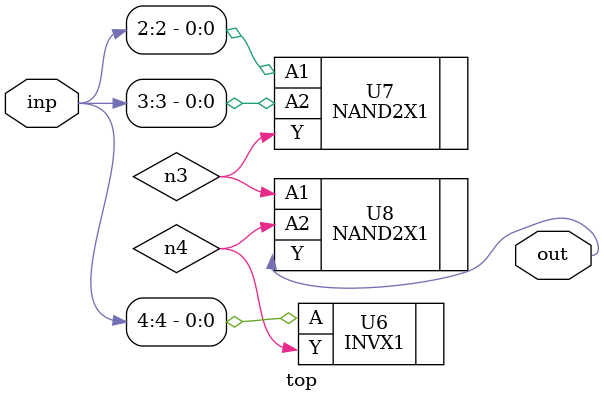
<source format=sv>


module top ( inp, out );
  input [4:0] inp;
  output out;
  wire   n3, n4;

  INVX1 U6 ( .A(inp[4]), .Y(n4) );
  NAND2X1 U7 ( .A1(inp[2]), .A2(inp[3]), .Y(n3) );
  NAND2X1 U8 ( .A1(n3), .A2(n4), .Y(out) );
endmodule


</source>
